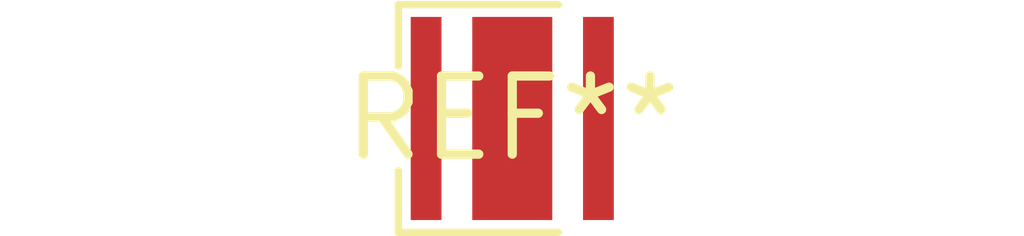
<source format=kicad_pcb>
(kicad_pcb (version 20240108) (generator pcbnew)
  (layers (0 "F.Cu" signal) (31 "B.Cu" signal) (34 "B.Paste" user) (35 "F.Paste" user) (36 "B.SilkS" user "B.Silkscreen") (37 "F.SilkS" user "F.Silkscreen") (38 "B.Mask" user) (39 "F.Mask" user) (44 "Edge.Cuts" user))
  (net 0 "")
  (footprint "LED_Cree-XHP35" (layer "F.Cu") (at 0 0)
    (property "Reference" "REF**")
    (property "Value" "LED_Cree-XHP35")
    (fp_line (start -1.85 -1.85) (end -1.85 -0.85) (layer "F.SilkS") (stroke (width 0.12)))
    (fp_line (start -1.85 1.85) (end -1.85 0.85) (layer "F.SilkS") (stroke (width 0.12)))
    (fp_line (start 0.75 -1.85) (end -1.85 -1.85) (layer "F.SilkS") (stroke (width 0.12)))
    (fp_line (start 0.75 1.85) (end -1.85 1.85) (layer "F.SilkS") (stroke (width 0.12)))
    (pad "1" smd rect (at -1.4 0) (size 0.5 3.3) (layers "F.Cu" "F.Paste" "F.Mask"))
    (pad "2" smd rect (at 1.4 0) (size 0.5 3.3) (layers "F.Cu" "F.Paste" "F.Mask"))
    (pad "3" smd rect (at 0 0) (size 1.3 3.3) (layers "F.Cu" "F.Mask"))
  )
)
</source>
